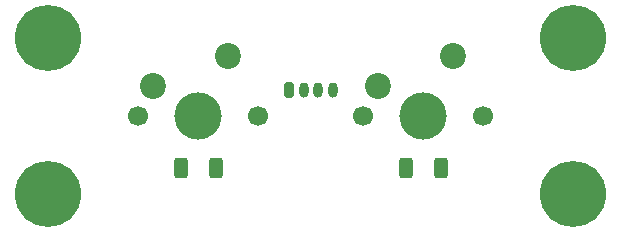
<source format=gbr>
%TF.GenerationSoftware,KiCad,Pcbnew,(7.0.0)*%
%TF.CreationDate,2023-02-21T01:36:48-05:00*%
%TF.ProjectId,Desk Panel,4465736b-2050-4616-9e65-6c2e6b696361,rev?*%
%TF.SameCoordinates,Original*%
%TF.FileFunction,Soldermask,Bot*%
%TF.FilePolarity,Negative*%
%FSLAX46Y46*%
G04 Gerber Fmt 4.6, Leading zero omitted, Abs format (unit mm)*
G04 Created by KiCad (PCBNEW (7.0.0)) date 2023-02-21 01:36:48*
%MOMM*%
%LPD*%
G01*
G04 APERTURE LIST*
G04 Aperture macros list*
%AMRoundRect*
0 Rectangle with rounded corners*
0 $1 Rounding radius*
0 $2 $3 $4 $5 $6 $7 $8 $9 X,Y pos of 4 corners*
0 Add a 4 corners polygon primitive as box body*
4,1,4,$2,$3,$4,$5,$6,$7,$8,$9,$2,$3,0*
0 Add four circle primitives for the rounded corners*
1,1,$1+$1,$2,$3*
1,1,$1+$1,$4,$5*
1,1,$1+$1,$6,$7*
1,1,$1+$1,$8,$9*
0 Add four rect primitives between the rounded corners*
20,1,$1+$1,$2,$3,$4,$5,0*
20,1,$1+$1,$4,$5,$6,$7,0*
20,1,$1+$1,$6,$7,$8,$9,0*
20,1,$1+$1,$8,$9,$2,$3,0*%
G04 Aperture macros list end*
%ADD10RoundRect,0.200000X-0.200000X-0.450000X0.200000X-0.450000X0.200000X0.450000X-0.200000X0.450000X0*%
%ADD11O,0.800000X1.300000*%
%ADD12C,3.600000*%
%ADD13C,5.600000*%
%ADD14C,1.700000*%
%ADD15C,4.000000*%
%ADD16C,2.200000*%
%ADD17RoundRect,0.250000X-0.312500X-0.625000X0.312500X-0.625000X0.312500X0.625000X-0.312500X0.625000X0*%
G04 APERTURE END LIST*
D10*
%TO.C,Molex2*%
X142800000Y-97350000D03*
D11*
X144049999Y-97349999D03*
X145299999Y-97349999D03*
X146549999Y-97349999D03*
%TD*%
D12*
%TO.C,REF\u002A\u002A*%
X122400000Y-106150000D03*
D13*
X122400000Y-106150000D03*
%TD*%
D14*
%TO.C,DOWN*%
X149120000Y-99550000D03*
D15*
X154200000Y-99550000D03*
D14*
X159280000Y-99550000D03*
D16*
X156740000Y-94470000D03*
X150390000Y-97010000D03*
%TD*%
D12*
%TO.C,*%
X122400000Y-106150000D03*
%TD*%
%TO.C,REF\u002A\u002A*%
X166900000Y-92950000D03*
D13*
X166900000Y-92950000D03*
%TD*%
D12*
%TO.C,REF\u002A\u002A*%
X122400000Y-92950000D03*
D13*
X122400000Y-92950000D03*
%TD*%
D14*
%TO.C,UP*%
X130040000Y-99550000D03*
D15*
X135120000Y-99550000D03*
D14*
X140200000Y-99550000D03*
D16*
X137660000Y-94470000D03*
X131310000Y-97010000D03*
%TD*%
D12*
%TO.C,REF\u002A\u002A*%
X166900000Y-106150000D03*
D13*
X166900000Y-106150000D03*
%TD*%
D12*
%TO.C,*%
X166900000Y-92950000D03*
%TD*%
%TO.C,*%
X166900000Y-106150000D03*
%TD*%
D17*
%TO.C,R4*%
X152737500Y-103950000D03*
X155662500Y-103950000D03*
%TD*%
%TO.C,R3*%
X133675000Y-103950000D03*
X136600000Y-103950000D03*
%TD*%
M02*

</source>
